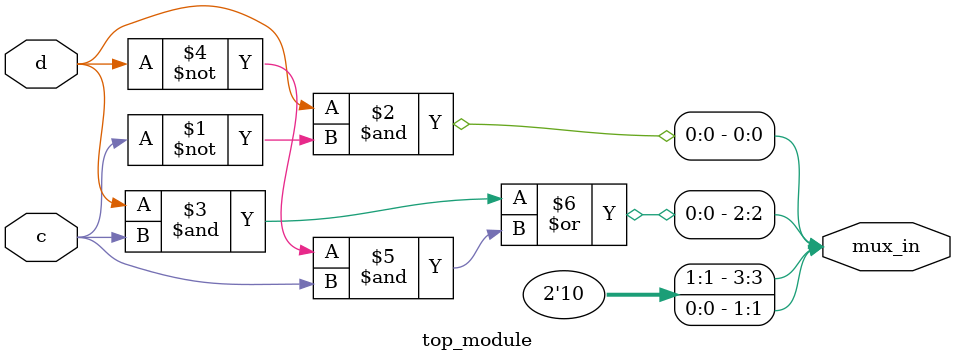
<source format=sv>
module top_module (
    input c,
    input d,
    output [3:0] mux_in
);
    assign mux_in[0] = d & ~c;      // 00, value is 1 when d=1 and c=0
    assign mux_in[1] = 0;           // 01, always 0
    assign mux_in[2] = (d & c) | (~d & c);  // 11, value is 1 when d=1 or both d=0 and c=1
    assign mux_in[3] = 1;           // 10, always 1
endmodule

</source>
